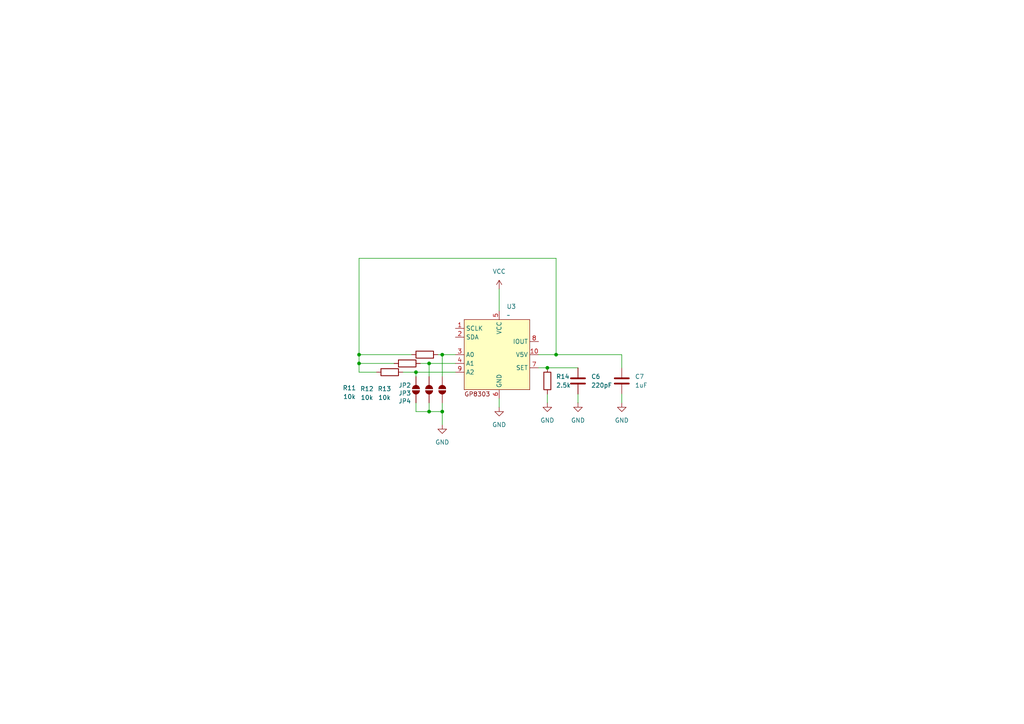
<source format=kicad_sch>
(kicad_sch
	(version 20250114)
	(generator "eeschema")
	(generator_version "9.0")
	(uuid "d2bd00bd-2614-4ed5-8715-a1b2fead8b0a")
	(paper "A4")
	(lib_symbols
		(symbol "Device:C"
			(pin_numbers
				(hide yes)
			)
			(pin_names
				(offset 0.254)
			)
			(exclude_from_sim no)
			(in_bom yes)
			(on_board yes)
			(property "Reference" "C"
				(at 0.635 2.54 0)
				(effects
					(font
						(size 1.27 1.27)
					)
					(justify left)
				)
			)
			(property "Value" "C"
				(at 0.635 -2.54 0)
				(effects
					(font
						(size 1.27 1.27)
					)
					(justify left)
				)
			)
			(property "Footprint" ""
				(at 0.9652 -3.81 0)
				(effects
					(font
						(size 1.27 1.27)
					)
					(hide yes)
				)
			)
			(property "Datasheet" "~"
				(at 0 0 0)
				(effects
					(font
						(size 1.27 1.27)
					)
					(hide yes)
				)
			)
			(property "Description" "Unpolarized capacitor"
				(at 0 0 0)
				(effects
					(font
						(size 1.27 1.27)
					)
					(hide yes)
				)
			)
			(property "ki_keywords" "cap capacitor"
				(at 0 0 0)
				(effects
					(font
						(size 1.27 1.27)
					)
					(hide yes)
				)
			)
			(property "ki_fp_filters" "C_*"
				(at 0 0 0)
				(effects
					(font
						(size 1.27 1.27)
					)
					(hide yes)
				)
			)
			(symbol "C_0_1"
				(polyline
					(pts
						(xy -2.032 0.762) (xy 2.032 0.762)
					)
					(stroke
						(width 0.508)
						(type default)
					)
					(fill
						(type none)
					)
				)
				(polyline
					(pts
						(xy -2.032 -0.762) (xy 2.032 -0.762)
					)
					(stroke
						(width 0.508)
						(type default)
					)
					(fill
						(type none)
					)
				)
			)
			(symbol "C_1_1"
				(pin passive line
					(at 0 3.81 270)
					(length 2.794)
					(name "~"
						(effects
							(font
								(size 1.27 1.27)
							)
						)
					)
					(number "1"
						(effects
							(font
								(size 1.27 1.27)
							)
						)
					)
				)
				(pin passive line
					(at 0 -3.81 90)
					(length 2.794)
					(name "~"
						(effects
							(font
								(size 1.27 1.27)
							)
						)
					)
					(number "2"
						(effects
							(font
								(size 1.27 1.27)
							)
						)
					)
				)
			)
			(embedded_fonts no)
		)
		(symbol "Device:R"
			(pin_numbers
				(hide yes)
			)
			(pin_names
				(offset 0)
			)
			(exclude_from_sim no)
			(in_bom yes)
			(on_board yes)
			(property "Reference" "R"
				(at 2.032 0 90)
				(effects
					(font
						(size 1.27 1.27)
					)
				)
			)
			(property "Value" "R"
				(at 0 0 90)
				(effects
					(font
						(size 1.27 1.27)
					)
				)
			)
			(property "Footprint" ""
				(at -1.778 0 90)
				(effects
					(font
						(size 1.27 1.27)
					)
					(hide yes)
				)
			)
			(property "Datasheet" "~"
				(at 0 0 0)
				(effects
					(font
						(size 1.27 1.27)
					)
					(hide yes)
				)
			)
			(property "Description" "Resistor"
				(at 0 0 0)
				(effects
					(font
						(size 1.27 1.27)
					)
					(hide yes)
				)
			)
			(property "ki_keywords" "R res resistor"
				(at 0 0 0)
				(effects
					(font
						(size 1.27 1.27)
					)
					(hide yes)
				)
			)
			(property "ki_fp_filters" "R_*"
				(at 0 0 0)
				(effects
					(font
						(size 1.27 1.27)
					)
					(hide yes)
				)
			)
			(symbol "R_0_1"
				(rectangle
					(start -1.016 -2.54)
					(end 1.016 2.54)
					(stroke
						(width 0.254)
						(type default)
					)
					(fill
						(type none)
					)
				)
			)
			(symbol "R_1_1"
				(pin passive line
					(at 0 3.81 270)
					(length 1.27)
					(name "~"
						(effects
							(font
								(size 1.27 1.27)
							)
						)
					)
					(number "1"
						(effects
							(font
								(size 1.27 1.27)
							)
						)
					)
				)
				(pin passive line
					(at 0 -3.81 90)
					(length 1.27)
					(name "~"
						(effects
							(font
								(size 1.27 1.27)
							)
						)
					)
					(number "2"
						(effects
							(font
								(size 1.27 1.27)
							)
						)
					)
				)
			)
			(embedded_fonts no)
		)
		(symbol "Jumper:SolderJumper_2_Open"
			(pin_numbers
				(hide yes)
			)
			(pin_names
				(offset 0)
				(hide yes)
			)
			(exclude_from_sim no)
			(in_bom no)
			(on_board yes)
			(property "Reference" "JP"
				(at 0 2.032 0)
				(effects
					(font
						(size 1.27 1.27)
					)
				)
			)
			(property "Value" "SolderJumper_2_Open"
				(at 0 -2.54 0)
				(effects
					(font
						(size 1.27 1.27)
					)
				)
			)
			(property "Footprint" ""
				(at 0 0 0)
				(effects
					(font
						(size 1.27 1.27)
					)
					(hide yes)
				)
			)
			(property "Datasheet" "~"
				(at 0 0 0)
				(effects
					(font
						(size 1.27 1.27)
					)
					(hide yes)
				)
			)
			(property "Description" "Solder Jumper, 2-pole, open"
				(at 0 0 0)
				(effects
					(font
						(size 1.27 1.27)
					)
					(hide yes)
				)
			)
			(property "ki_keywords" "solder jumper SPST"
				(at 0 0 0)
				(effects
					(font
						(size 1.27 1.27)
					)
					(hide yes)
				)
			)
			(property "ki_fp_filters" "SolderJumper*Open*"
				(at 0 0 0)
				(effects
					(font
						(size 1.27 1.27)
					)
					(hide yes)
				)
			)
			(symbol "SolderJumper_2_Open_0_1"
				(polyline
					(pts
						(xy -0.254 1.016) (xy -0.254 -1.016)
					)
					(stroke
						(width 0)
						(type default)
					)
					(fill
						(type none)
					)
				)
				(arc
					(start -0.254 -1.016)
					(mid -1.2656 0)
					(end -0.254 1.016)
					(stroke
						(width 0)
						(type default)
					)
					(fill
						(type none)
					)
				)
				(arc
					(start -0.254 -1.016)
					(mid -1.2656 0)
					(end -0.254 1.016)
					(stroke
						(width 0)
						(type default)
					)
					(fill
						(type outline)
					)
				)
				(arc
					(start 0.254 1.016)
					(mid 1.2656 0)
					(end 0.254 -1.016)
					(stroke
						(width 0)
						(type default)
					)
					(fill
						(type none)
					)
				)
				(arc
					(start 0.254 1.016)
					(mid 1.2656 0)
					(end 0.254 -1.016)
					(stroke
						(width 0)
						(type default)
					)
					(fill
						(type outline)
					)
				)
				(polyline
					(pts
						(xy 0.254 1.016) (xy 0.254 -1.016)
					)
					(stroke
						(width 0)
						(type default)
					)
					(fill
						(type none)
					)
				)
			)
			(symbol "SolderJumper_2_Open_1_1"
				(pin passive line
					(at -3.81 0 0)
					(length 2.54)
					(name "A"
						(effects
							(font
								(size 1.27 1.27)
							)
						)
					)
					(number "1"
						(effects
							(font
								(size 1.27 1.27)
							)
						)
					)
				)
				(pin passive line
					(at 3.81 0 180)
					(length 2.54)
					(name "B"
						(effects
							(font
								(size 1.27 1.27)
							)
						)
					)
					(number "2"
						(effects
							(font
								(size 1.27 1.27)
							)
						)
					)
				)
			)
			(embedded_fonts no)
		)
		(symbol "Riqi_Parts:GP8303"
			(exclude_from_sim no)
			(in_bom yes)
			(on_board yes)
			(property "Reference" "U"
				(at 0 0 0)
				(effects
					(font
						(size 1.27 1.27)
					)
				)
			)
			(property "Value" ""
				(at 0 0 0)
				(effects
					(font
						(size 1.27 1.27)
					)
				)
			)
			(property "Footprint" "Package_SO:SSOP-10-1EP_3.9x4.9mm_P1mm_EP2.1x3.3mm"
				(at 0 0 0)
				(effects
					(font
						(size 1.27 1.27)
					)
					(hide yes)
				)
			)
			(property "Datasheet" "https://lcsc.com/datasheet/lcsc_datasheet_2410121459_Guestgood-GP8303-TC50-EW_C3445809.pdf"
				(at 0 0 0)
				(effects
					(font
						(size 1.27 1.27)
					)
					(hide yes)
				)
			)
			(property "Description" ""
				(at 0 0 0)
				(effects
					(font
						(size 1.27 1.27)
					)
					(hide yes)
				)
			)
			(symbol "GP8303_1_1"
				(rectangle
					(start -1.27 -1.27)
					(end 17.78 -21.59)
					(stroke
						(width 0)
						(type solid)
					)
					(fill
						(type background)
					)
				)
				(text "GP8303"
					(at 2.54 -22.86 0)
					(effects
						(font
							(size 1.27 1.27)
						)
					)
				)
				(pin input line
					(at -3.81 -3.81 0)
					(length 2.54)
					(name "SCLK"
						(effects
							(font
								(size 1.27 1.27)
							)
						)
					)
					(number "1"
						(effects
							(font
								(size 1.27 1.27)
							)
						)
					)
				)
				(pin input line
					(at -3.81 -6.35 0)
					(length 2.54)
					(name "SDA"
						(effects
							(font
								(size 1.27 1.27)
							)
						)
					)
					(number "2"
						(effects
							(font
								(size 1.27 1.27)
							)
						)
					)
				)
				(pin input line
					(at -3.81 -11.43 0)
					(length 2.54)
					(name "A0"
						(effects
							(font
								(size 1.27 1.27)
							)
						)
					)
					(number "3"
						(effects
							(font
								(size 1.27 1.27)
							)
						)
					)
				)
				(pin input line
					(at -3.81 -13.97 0)
					(length 2.54)
					(name "A1"
						(effects
							(font
								(size 1.27 1.27)
							)
						)
					)
					(number "4"
						(effects
							(font
								(size 1.27 1.27)
							)
						)
					)
				)
				(pin input line
					(at -3.81 -16.51 0)
					(length 2.54)
					(name "A2"
						(effects
							(font
								(size 1.27 1.27)
							)
						)
					)
					(number "9"
						(effects
							(font
								(size 1.27 1.27)
							)
						)
					)
				)
				(pin input line
					(at 8.89 1.27 270)
					(length 2.54)
					(name "VCC"
						(effects
							(font
								(size 1.27 1.27)
							)
						)
					)
					(number "5"
						(effects
							(font
								(size 1.27 1.27)
							)
						)
					)
				)
				(pin input line
					(at 8.89 -24.13 90)
					(length 2.54)
					(name "GND"
						(effects
							(font
								(size 1.27 1.27)
							)
						)
					)
					(number "6"
						(effects
							(font
								(size 1.27 1.27)
							)
						)
					)
				)
				(pin output line
					(at 20.32 -7.62 180)
					(length 2.54)
					(name "IOUT"
						(effects
							(font
								(size 1.27 1.27)
							)
						)
					)
					(number "8"
						(effects
							(font
								(size 1.27 1.27)
							)
						)
					)
				)
				(pin output line
					(at 20.32 -11.43 180)
					(length 2.54)
					(name "V5V"
						(effects
							(font
								(size 1.27 1.27)
							)
						)
					)
					(number "10"
						(effects
							(font
								(size 1.27 1.27)
							)
						)
					)
				)
				(pin output line
					(at 20.32 -15.24 180)
					(length 2.54)
					(name "SET"
						(effects
							(font
								(size 1.27 1.27)
							)
						)
					)
					(number "7"
						(effects
							(font
								(size 1.27 1.27)
							)
						)
					)
				)
			)
			(embedded_fonts no)
		)
		(symbol "power:GND"
			(power)
			(pin_numbers
				(hide yes)
			)
			(pin_names
				(offset 0)
				(hide yes)
			)
			(exclude_from_sim no)
			(in_bom yes)
			(on_board yes)
			(property "Reference" "#PWR"
				(at 0 -6.35 0)
				(effects
					(font
						(size 1.27 1.27)
					)
					(hide yes)
				)
			)
			(property "Value" "GND"
				(at 0 -3.81 0)
				(effects
					(font
						(size 1.27 1.27)
					)
				)
			)
			(property "Footprint" ""
				(at 0 0 0)
				(effects
					(font
						(size 1.27 1.27)
					)
					(hide yes)
				)
			)
			(property "Datasheet" ""
				(at 0 0 0)
				(effects
					(font
						(size 1.27 1.27)
					)
					(hide yes)
				)
			)
			(property "Description" "Power symbol creates a global label with name \"GND\" , ground"
				(at 0 0 0)
				(effects
					(font
						(size 1.27 1.27)
					)
					(hide yes)
				)
			)
			(property "ki_keywords" "global power"
				(at 0 0 0)
				(effects
					(font
						(size 1.27 1.27)
					)
					(hide yes)
				)
			)
			(symbol "GND_0_1"
				(polyline
					(pts
						(xy 0 0) (xy 0 -1.27) (xy 1.27 -1.27) (xy 0 -2.54) (xy -1.27 -1.27) (xy 0 -1.27)
					)
					(stroke
						(width 0)
						(type default)
					)
					(fill
						(type none)
					)
				)
			)
			(symbol "GND_1_1"
				(pin power_in line
					(at 0 0 270)
					(length 0)
					(name "~"
						(effects
							(font
								(size 1.27 1.27)
							)
						)
					)
					(number "1"
						(effects
							(font
								(size 1.27 1.27)
							)
						)
					)
				)
			)
			(embedded_fonts no)
		)
		(symbol "power:VCC"
			(power)
			(pin_numbers
				(hide yes)
			)
			(pin_names
				(offset 0)
				(hide yes)
			)
			(exclude_from_sim no)
			(in_bom yes)
			(on_board yes)
			(property "Reference" "#PWR"
				(at 0 -3.81 0)
				(effects
					(font
						(size 1.27 1.27)
					)
					(hide yes)
				)
			)
			(property "Value" "VCC"
				(at 0 3.556 0)
				(effects
					(font
						(size 1.27 1.27)
					)
				)
			)
			(property "Footprint" ""
				(at 0 0 0)
				(effects
					(font
						(size 1.27 1.27)
					)
					(hide yes)
				)
			)
			(property "Datasheet" ""
				(at 0 0 0)
				(effects
					(font
						(size 1.27 1.27)
					)
					(hide yes)
				)
			)
			(property "Description" "Power symbol creates a global label with name \"VCC\""
				(at 0 0 0)
				(effects
					(font
						(size 1.27 1.27)
					)
					(hide yes)
				)
			)
			(property "ki_keywords" "global power"
				(at 0 0 0)
				(effects
					(font
						(size 1.27 1.27)
					)
					(hide yes)
				)
			)
			(symbol "VCC_0_1"
				(polyline
					(pts
						(xy -0.762 1.27) (xy 0 2.54)
					)
					(stroke
						(width 0)
						(type default)
					)
					(fill
						(type none)
					)
				)
				(polyline
					(pts
						(xy 0 2.54) (xy 0.762 1.27)
					)
					(stroke
						(width 0)
						(type default)
					)
					(fill
						(type none)
					)
				)
				(polyline
					(pts
						(xy 0 0) (xy 0 2.54)
					)
					(stroke
						(width 0)
						(type default)
					)
					(fill
						(type none)
					)
				)
			)
			(symbol "VCC_1_1"
				(pin power_in line
					(at 0 0 90)
					(length 0)
					(name "~"
						(effects
							(font
								(size 1.27 1.27)
							)
						)
					)
					(number "1"
						(effects
							(font
								(size 1.27 1.27)
							)
						)
					)
				)
			)
			(embedded_fonts no)
		)
	)
	(junction
		(at 104.14 105.41)
		(diameter 0)
		(color 0 0 0 0)
		(uuid "18ef8e3b-7e3e-4765-ab10-b6f323888a2e")
	)
	(junction
		(at 120.65 107.95)
		(diameter 0)
		(color 0 0 0 0)
		(uuid "1b538fda-8637-4ce4-b8f9-2622fe77aac3")
	)
	(junction
		(at 158.75 106.68)
		(diameter 0)
		(color 0 0 0 0)
		(uuid "23d25289-7962-46f3-a3ff-9459fd06a12d")
	)
	(junction
		(at 124.46 105.41)
		(diameter 0)
		(color 0 0 0 0)
		(uuid "3a7afcf8-95da-4556-9d70-045aa47c82df")
	)
	(junction
		(at 128.27 119.38)
		(diameter 0)
		(color 0 0 0 0)
		(uuid "4c3dc396-08af-457c-9cb3-90423a8d61b1")
	)
	(junction
		(at 124.46 119.38)
		(diameter 0)
		(color 0 0 0 0)
		(uuid "b2c0ffe8-3278-4bd3-9bfb-b2400a1d081a")
	)
	(junction
		(at 104.14 102.87)
		(diameter 0)
		(color 0 0 0 0)
		(uuid "cf170f78-5fe6-49f1-afbd-400d1ce53cf4")
	)
	(junction
		(at 161.29 102.87)
		(diameter 0)
		(color 0 0 0 0)
		(uuid "d873e7e3-abe6-4928-8073-4b248b869e8b")
	)
	(junction
		(at 128.27 102.87)
		(diameter 0)
		(color 0 0 0 0)
		(uuid "dc12fea1-3c50-4275-b5b5-f9ccebe996ae")
	)
	(wire
		(pts
			(xy 120.65 119.38) (xy 124.46 119.38)
		)
		(stroke
			(width 0)
			(type default)
		)
		(uuid "07110207-65ef-456f-80bd-53139eb44f7d")
	)
	(wire
		(pts
			(xy 104.14 105.41) (xy 114.3 105.41)
		)
		(stroke
			(width 0)
			(type default)
		)
		(uuid "09b8eca3-16d2-4834-9f1c-85946ec0a6a3")
	)
	(wire
		(pts
			(xy 156.21 102.87) (xy 161.29 102.87)
		)
		(stroke
			(width 0)
			(type default)
		)
		(uuid "0cb5f7e2-f9c1-4e0d-be8c-0fb11867e8a5")
	)
	(wire
		(pts
			(xy 104.14 74.93) (xy 104.14 102.87)
		)
		(stroke
			(width 0)
			(type default)
		)
		(uuid "0f158367-e28d-4f24-9f6d-b609e0f4a487")
	)
	(wire
		(pts
			(xy 158.75 106.68) (xy 167.64 106.68)
		)
		(stroke
			(width 0)
			(type default)
		)
		(uuid "1aab699d-ed09-4e32-a907-6884769f3998")
	)
	(wire
		(pts
			(xy 120.65 116.84) (xy 120.65 119.38)
		)
		(stroke
			(width 0)
			(type default)
		)
		(uuid "1db8fc0d-bf44-483f-822e-86b77fd4e4ec")
	)
	(wire
		(pts
			(xy 128.27 102.87) (xy 132.08 102.87)
		)
		(stroke
			(width 0)
			(type default)
		)
		(uuid "239f85ce-104c-4e3c-bae0-72ca0ae58c33")
	)
	(wire
		(pts
			(xy 128.27 119.38) (xy 128.27 123.19)
		)
		(stroke
			(width 0)
			(type default)
		)
		(uuid "2c3044d3-8335-45a2-8c3c-38516a5e1c33")
	)
	(wire
		(pts
			(xy 180.34 102.87) (xy 161.29 102.87)
		)
		(stroke
			(width 0)
			(type default)
		)
		(uuid "2e5cafc4-2c13-4f63-9093-2d9ff47479e0")
	)
	(wire
		(pts
			(xy 128.27 116.84) (xy 128.27 119.38)
		)
		(stroke
			(width 0)
			(type default)
		)
		(uuid "34cadd39-92f9-4eea-bb80-053f9892e5c5")
	)
	(wire
		(pts
			(xy 104.14 107.95) (xy 109.22 107.95)
		)
		(stroke
			(width 0)
			(type default)
		)
		(uuid "39d34bd6-67a5-4075-aa72-c8179587617b")
	)
	(wire
		(pts
			(xy 116.84 107.95) (xy 120.65 107.95)
		)
		(stroke
			(width 0)
			(type default)
		)
		(uuid "52e39304-85bf-4237-aa9a-6c14c839440c")
	)
	(wire
		(pts
			(xy 104.14 105.41) (xy 104.14 107.95)
		)
		(stroke
			(width 0)
			(type default)
		)
		(uuid "59701e1e-0c56-45d3-947e-8871bcffcfbc")
	)
	(wire
		(pts
			(xy 124.46 105.41) (xy 132.08 105.41)
		)
		(stroke
			(width 0)
			(type default)
		)
		(uuid "61853a95-49a3-49dc-a747-e79b34664fe7")
	)
	(wire
		(pts
			(xy 104.14 102.87) (xy 119.38 102.87)
		)
		(stroke
			(width 0)
			(type default)
		)
		(uuid "67b33820-c0ed-43bd-bb04-290696e4bdec")
	)
	(wire
		(pts
			(xy 120.65 107.95) (xy 132.08 107.95)
		)
		(stroke
			(width 0)
			(type default)
		)
		(uuid "68a5c9dc-dbba-40b8-a3b8-19280d132e6a")
	)
	(wire
		(pts
			(xy 161.29 102.87) (xy 161.29 74.93)
		)
		(stroke
			(width 0)
			(type default)
		)
		(uuid "6ff97969-dce7-4e68-88e5-33fe42f79646")
	)
	(wire
		(pts
			(xy 104.14 74.93) (xy 161.29 74.93)
		)
		(stroke
			(width 0)
			(type default)
		)
		(uuid "73d0d717-34e8-48fa-aa37-799618ab4e61")
	)
	(wire
		(pts
			(xy 124.46 116.84) (xy 124.46 119.38)
		)
		(stroke
			(width 0)
			(type default)
		)
		(uuid "8ec64728-8629-433e-a4bf-1d2370ae81dc")
	)
	(wire
		(pts
			(xy 158.75 114.3) (xy 158.75 116.84)
		)
		(stroke
			(width 0)
			(type default)
		)
		(uuid "8f0f92f4-1c97-4c30-9196-996cd4aeb3fd")
	)
	(wire
		(pts
			(xy 124.46 119.38) (xy 128.27 119.38)
		)
		(stroke
			(width 0)
			(type default)
		)
		(uuid "9b3a3f1e-03b4-490f-9ae6-f5173784ee27")
	)
	(wire
		(pts
			(xy 167.64 114.3) (xy 167.64 116.84)
		)
		(stroke
			(width 0)
			(type default)
		)
		(uuid "9db76753-aa41-43ef-aaf5-9572489f8789")
	)
	(wire
		(pts
			(xy 144.78 83.82) (xy 144.78 90.17)
		)
		(stroke
			(width 0)
			(type default)
		)
		(uuid "aa6f30be-f950-4db0-974f-0091a5b67b4b")
	)
	(wire
		(pts
			(xy 144.78 115.57) (xy 144.78 118.11)
		)
		(stroke
			(width 0)
			(type default)
		)
		(uuid "d227801a-5fdd-4d01-8ac7-459924ef3590")
	)
	(wire
		(pts
			(xy 127 102.87) (xy 128.27 102.87)
		)
		(stroke
			(width 0)
			(type default)
		)
		(uuid "d23e4221-5012-44ef-a3b7-6fac65ea464e")
	)
	(wire
		(pts
			(xy 180.34 106.68) (xy 180.34 102.87)
		)
		(stroke
			(width 0)
			(type default)
		)
		(uuid "d90d6c81-322c-42c2-8a4f-fedab14c00f6")
	)
	(wire
		(pts
			(xy 120.65 107.95) (xy 120.65 109.22)
		)
		(stroke
			(width 0)
			(type default)
		)
		(uuid "dab84217-7b5a-430b-9b6b-017e649e4d03")
	)
	(wire
		(pts
			(xy 128.27 102.87) (xy 128.27 109.22)
		)
		(stroke
			(width 0)
			(type default)
		)
		(uuid "dc40915e-1fe8-4f4b-9463-20bf607b692c")
	)
	(wire
		(pts
			(xy 180.34 114.3) (xy 180.34 116.84)
		)
		(stroke
			(width 0)
			(type default)
		)
		(uuid "dd3e58aa-9b6c-4724-9059-83477f9adf9e")
	)
	(wire
		(pts
			(xy 104.14 102.87) (xy 104.14 105.41)
		)
		(stroke
			(width 0)
			(type default)
		)
		(uuid "eb0f0e51-6f1f-4936-b554-201346733f7d")
	)
	(wire
		(pts
			(xy 124.46 105.41) (xy 124.46 109.22)
		)
		(stroke
			(width 0)
			(type default)
		)
		(uuid "ef69f6c3-8760-4385-9d56-4155b11baf78")
	)
	(wire
		(pts
			(xy 121.92 105.41) (xy 124.46 105.41)
		)
		(stroke
			(width 0)
			(type default)
		)
		(uuid "f607301a-a5a8-4371-b9f2-f2684717f782")
	)
	(wire
		(pts
			(xy 156.21 106.68) (xy 158.75 106.68)
		)
		(stroke
			(width 0)
			(type default)
		)
		(uuid "f657dcc1-2b34-48bc-8f99-a6e1a689a7e4")
	)
	(symbol
		(lib_id "Riqi_Parts:GP8303")
		(at 135.89 91.44 0)
		(unit 1)
		(exclude_from_sim no)
		(in_bom yes)
		(on_board yes)
		(dnp no)
		(fields_autoplaced yes)
		(uuid "007c8415-3d08-4638-960c-d4e6ceb71c1c")
		(property "Reference" "U3"
			(at 146.9233 88.9 0)
			(effects
				(font
					(size 1.27 1.27)
				)
				(justify left)
			)
		)
		(property "Value" "~"
			(at 146.9233 91.44 0)
			(effects
				(font
					(size 1.27 1.27)
				)
				(justify left)
			)
		)
		(property "Footprint" "Package_SO:SSOP-10-1EP_3.9x4.9mm_P1mm_EP2.1x3.3mm"
			(at 135.89 91.44 0)
			(effects
				(font
					(size 1.27 1.27)
				)
				(hide yes)
			)
		)
		(property "Datasheet" "https://lcsc.com/datasheet/lcsc_datasheet_2410121459_Guestgood-GP8303-TC50-EW_C3445809.pdf"
			(at 135.89 91.44 0)
			(effects
				(font
					(size 1.27 1.27)
				)
				(hide yes)
			)
		)
		(property "Description" ""
			(at 135.89 91.44 0)
			(effects
				(font
					(size 1.27 1.27)
				)
				(hide yes)
			)
		)
		(pin "4"
			(uuid "fd1ef693-8ffe-4b2d-b956-22e8a02e38ae")
		)
		(pin "3"
			(uuid "9b26f199-f01f-4d19-a7ce-c22d4326d0bb")
		)
		(pin "7"
			(uuid "b0943bc5-7c1e-4055-a13b-8818c7985fb8")
		)
		(pin "1"
			(uuid "6a510f9e-9fa2-46f0-8113-0ccacfdde44c")
		)
		(pin "5"
			(uuid "6526d7c7-fa39-4f51-a0c7-555c393e5984")
		)
		(pin "6"
			(uuid "8e6dd54e-fbba-42ce-81ff-ebcba15ff08a")
		)
		(pin "9"
			(uuid "d6b2f7d9-588d-439e-8003-fd6a3859d700")
		)
		(pin "8"
			(uuid "5c2f88a3-da3d-49aa-ae3b-1d37ea5970c1")
		)
		(pin "2"
			(uuid "05e097c5-8771-414d-9cea-dfa5c578b812")
		)
		(pin "10"
			(uuid "95140aa7-2de8-4426-b0d7-f41de7ce050b")
		)
		(instances
			(project "PCB PICHARDO"
				(path "/a0ccc1c3-98b7-44b4-a982-09e3bf693e4b/78291816-8ba1-49cf-9609-e1c359225404/0705789b-3cd9-4779-9742-d7706171499e"
					(reference "U3")
					(unit 1)
				)
			)
		)
	)
	(symbol
		(lib_id "power:GND")
		(at 128.27 123.19 0)
		(unit 1)
		(exclude_from_sim no)
		(in_bom yes)
		(on_board yes)
		(dnp no)
		(fields_autoplaced yes)
		(uuid "37cbe913-8f69-41dc-9a8f-3ec97a876ceb")
		(property "Reference" "#PWR033"
			(at 128.27 129.54 0)
			(effects
				(font
					(size 1.27 1.27)
				)
				(hide yes)
			)
		)
		(property "Value" "GND"
			(at 128.27 128.27 0)
			(effects
				(font
					(size 1.27 1.27)
				)
			)
		)
		(property "Footprint" ""
			(at 128.27 123.19 0)
			(effects
				(font
					(size 1.27 1.27)
				)
				(hide yes)
			)
		)
		(property "Datasheet" ""
			(at 128.27 123.19 0)
			(effects
				(font
					(size 1.27 1.27)
				)
				(hide yes)
			)
		)
		(property "Description" "Power symbol creates a global label with name \"GND\" , ground"
			(at 128.27 123.19 0)
			(effects
				(font
					(size 1.27 1.27)
				)
				(hide yes)
			)
		)
		(pin "1"
			(uuid "77c8a16b-a1c8-46ec-ad18-a6b4dff4837c")
		)
		(instances
			(project "PCB PICHARDO"
				(path "/a0ccc1c3-98b7-44b4-a982-09e3bf693e4b/78291816-8ba1-49cf-9609-e1c359225404/0705789b-3cd9-4779-9742-d7706171499e"
					(reference "#PWR033")
					(unit 1)
				)
			)
		)
	)
	(symbol
		(lib_id "Device:R")
		(at 158.75 110.49 0)
		(unit 1)
		(exclude_from_sim no)
		(in_bom yes)
		(on_board yes)
		(dnp no)
		(fields_autoplaced yes)
		(uuid "5adf58bb-d962-4ad8-8289-65d380ca31d7")
		(property "Reference" "R14"
			(at 161.29 109.2199 0)
			(effects
				(font
					(size 1.27 1.27)
				)
				(justify left)
			)
		)
		(property "Value" "2.5k"
			(at 161.29 111.7599 0)
			(effects
				(font
					(size 1.27 1.27)
				)
				(justify left)
			)
		)
		(property "Footprint" "Resistor_SMD:R_0603_1608Metric"
			(at 156.972 110.49 90)
			(effects
				(font
					(size 1.27 1.27)
				)
				(hide yes)
			)
		)
		(property "Datasheet" "~"
			(at 158.75 110.49 0)
			(effects
				(font
					(size 1.27 1.27)
				)
				(hide yes)
			)
		)
		(property "Description" "Resistor"
			(at 158.75 110.49 0)
			(effects
				(font
					(size 1.27 1.27)
				)
				(hide yes)
			)
		)
		(pin "2"
			(uuid "830a4fc7-a857-49d8-9ef5-3f38f9a55a8d")
		)
		(pin "1"
			(uuid "89469df5-0cbf-401b-a5d8-9dd5ae8e68cb")
		)
		(instances
			(project "PCB PICHARDO"
				(path "/a0ccc1c3-98b7-44b4-a982-09e3bf693e4b/78291816-8ba1-49cf-9609-e1c359225404/0705789b-3cd9-4779-9742-d7706171499e"
					(reference "R14")
					(unit 1)
				)
			)
		)
	)
	(symbol
		(lib_id "power:GND")
		(at 158.75 116.84 0)
		(unit 1)
		(exclude_from_sim no)
		(in_bom yes)
		(on_board yes)
		(dnp no)
		(fields_autoplaced yes)
		(uuid "6e7bf2ea-859f-4d5d-af83-385a2cbec825")
		(property "Reference" "#PWR036"
			(at 158.75 123.19 0)
			(effects
				(font
					(size 1.27 1.27)
				)
				(hide yes)
			)
		)
		(property "Value" "GND"
			(at 158.75 121.92 0)
			(effects
				(font
					(size 1.27 1.27)
				)
			)
		)
		(property "Footprint" ""
			(at 158.75 116.84 0)
			(effects
				(font
					(size 1.27 1.27)
				)
				(hide yes)
			)
		)
		(property "Datasheet" ""
			(at 158.75 116.84 0)
			(effects
				(font
					(size 1.27 1.27)
				)
				(hide yes)
			)
		)
		(property "Description" "Power symbol creates a global label with name \"GND\" , ground"
			(at 158.75 116.84 0)
			(effects
				(font
					(size 1.27 1.27)
				)
				(hide yes)
			)
		)
		(pin "1"
			(uuid "711e2b62-a28e-4619-ba60-c6bce58814f8")
		)
		(instances
			(project "PCB PICHARDO"
				(path "/a0ccc1c3-98b7-44b4-a982-09e3bf693e4b/78291816-8ba1-49cf-9609-e1c359225404/0705789b-3cd9-4779-9742-d7706171499e"
					(reference "#PWR036")
					(unit 1)
				)
			)
		)
	)
	(symbol
		(lib_id "Device:R")
		(at 123.19 102.87 90)
		(unit 1)
		(exclude_from_sim no)
		(in_bom yes)
		(on_board yes)
		(dnp no)
		(uuid "6fd72bf2-8635-4c36-8018-2b055cfd982c")
		(property "Reference" "R13"
			(at 111.506 112.776 90)
			(effects
				(font
					(size 1.27 1.27)
				)
			)
		)
		(property "Value" "10k"
			(at 111.506 115.316 90)
			(effects
				(font
					(size 1.27 1.27)
				)
			)
		)
		(property "Footprint" "Resistor_SMD:R_0603_1608Metric"
			(at 123.19 104.648 90)
			(effects
				(font
					(size 1.27 1.27)
				)
				(hide yes)
			)
		)
		(property "Datasheet" "~"
			(at 123.19 102.87 0)
			(effects
				(font
					(size 1.27 1.27)
				)
				(hide yes)
			)
		)
		(property "Description" "Resistor"
			(at 123.19 102.87 0)
			(effects
				(font
					(size 1.27 1.27)
				)
				(hide yes)
			)
		)
		(pin "2"
			(uuid "a60f3140-4610-4796-b193-543bb70428fe")
		)
		(pin "1"
			(uuid "43e7de1b-ce45-4320-81d9-ddd156fe5b6f")
		)
		(instances
			(project "PCB PICHARDO"
				(path "/a0ccc1c3-98b7-44b4-a982-09e3bf693e4b/78291816-8ba1-49cf-9609-e1c359225404/0705789b-3cd9-4779-9742-d7706171499e"
					(reference "R13")
					(unit 1)
				)
			)
		)
	)
	(symbol
		(lib_id "Device:C")
		(at 180.34 110.49 0)
		(unit 1)
		(exclude_from_sim no)
		(in_bom yes)
		(on_board yes)
		(dnp no)
		(fields_autoplaced yes)
		(uuid "76c0ce2a-efb2-43cf-acfe-569396b81e2e")
		(property "Reference" "C7"
			(at 184.15 109.2199 0)
			(effects
				(font
					(size 1.27 1.27)
				)
				(justify left)
			)
		)
		(property "Value" "1uF"
			(at 184.15 111.7599 0)
			(effects
				(font
					(size 1.27 1.27)
				)
				(justify left)
			)
		)
		(property "Footprint" "Capacitor_SMD:C_0402_1005Metric"
			(at 181.3052 114.3 0)
			(effects
				(font
					(size 1.27 1.27)
				)
				(hide yes)
			)
		)
		(property "Datasheet" "~"
			(at 180.34 110.49 0)
			(effects
				(font
					(size 1.27 1.27)
				)
				(hide yes)
			)
		)
		(property "Description" "Unpolarized capacitor"
			(at 180.34 110.49 0)
			(effects
				(font
					(size 1.27 1.27)
				)
				(hide yes)
			)
		)
		(pin "1"
			(uuid "1d1455f0-62dd-4cb9-a737-fa697c12834a")
		)
		(pin "2"
			(uuid "81d712b2-f3b0-4f05-a591-0ee0df262a0e")
		)
		(instances
			(project "PCB PICHARDO"
				(path "/a0ccc1c3-98b7-44b4-a982-09e3bf693e4b/78291816-8ba1-49cf-9609-e1c359225404/0705789b-3cd9-4779-9742-d7706171499e"
					(reference "C7")
					(unit 1)
				)
			)
		)
	)
	(symbol
		(lib_id "power:VCC")
		(at 144.78 83.82 0)
		(unit 1)
		(exclude_from_sim no)
		(in_bom yes)
		(on_board yes)
		(dnp no)
		(fields_autoplaced yes)
		(uuid "8621df0c-e0c8-4726-9c89-02f36fe2349c")
		(property "Reference" "#PWR034"
			(at 144.78 87.63 0)
			(effects
				(font
					(size 1.27 1.27)
				)
				(hide yes)
			)
		)
		(property "Value" "VCC"
			(at 144.78 78.74 0)
			(effects
				(font
					(size 1.27 1.27)
				)
			)
		)
		(property "Footprint" ""
			(at 144.78 83.82 0)
			(effects
				(font
					(size 1.27 1.27)
				)
				(hide yes)
			)
		)
		(property "Datasheet" ""
			(at 144.78 83.82 0)
			(effects
				(font
					(size 1.27 1.27)
				)
				(hide yes)
			)
		)
		(property "Description" "Power symbol creates a global label with name \"VCC\""
			(at 144.78 83.82 0)
			(effects
				(font
					(size 1.27 1.27)
				)
				(hide yes)
			)
		)
		(pin "1"
			(uuid "1f6371bf-1220-4cc5-b946-b3bd81616640")
		)
		(instances
			(project "PCB PICHARDO"
				(path "/a0ccc1c3-98b7-44b4-a982-09e3bf693e4b/78291816-8ba1-49cf-9609-e1c359225404/0705789b-3cd9-4779-9742-d7706171499e"
					(reference "#PWR034")
					(unit 1)
				)
			)
		)
	)
	(symbol
		(lib_id "Jumper:SolderJumper_2_Open")
		(at 120.65 113.03 90)
		(unit 1)
		(exclude_from_sim no)
		(in_bom no)
		(on_board yes)
		(dnp no)
		(uuid "8a4b8e75-d0f4-4be0-8570-8bf5389d3dab")
		(property "Reference" "JP2"
			(at 115.57 111.76 90)
			(effects
				(font
					(size 1.27 1.27)
				)
				(justify right)
			)
		)
		(property "Value" "SolderJumper_2_Open"
			(at 123.19 114.2999 90)
			(effects
				(font
					(size 1.27 1.27)
				)
				(justify right)
				(hide yes)
			)
		)
		(property "Footprint" "Jumper:SolderJumper-2_P1.3mm_Open_Pad1.0x1.5mm"
			(at 120.65 113.03 0)
			(effects
				(font
					(size 1.27 1.27)
				)
				(hide yes)
			)
		)
		(property "Datasheet" "~"
			(at 120.65 113.03 0)
			(effects
				(font
					(size 1.27 1.27)
				)
				(hide yes)
			)
		)
		(property "Description" "Solder Jumper, 2-pole, open"
			(at 120.65 113.03 0)
			(effects
				(font
					(size 1.27 1.27)
				)
				(hide yes)
			)
		)
		(pin "1"
			(uuid "b9837641-9906-4a47-a20c-02bef32f6f4f")
		)
		(pin "2"
			(uuid "2c2e7515-0aa3-407b-849a-23ab93cca7b7")
		)
		(instances
			(project "PCB PICHARDO"
				(path "/a0ccc1c3-98b7-44b4-a982-09e3bf693e4b/78291816-8ba1-49cf-9609-e1c359225404/0705789b-3cd9-4779-9742-d7706171499e"
					(reference "JP2")
					(unit 1)
				)
			)
		)
	)
	(symbol
		(lib_id "Jumper:SolderJumper_2_Open")
		(at 128.27 113.03 90)
		(unit 1)
		(exclude_from_sim no)
		(in_bom no)
		(on_board yes)
		(dnp no)
		(uuid "9ffb1597-b75d-4c9b-8b40-04dc72d03c29")
		(property "Reference" "JP4"
			(at 115.57 116.332 90)
			(effects
				(font
					(size 1.27 1.27)
				)
				(justify right)
			)
		)
		(property "Value" "SolderJumper_2_Open"
			(at 130.81 114.2999 90)
			(effects
				(font
					(size 1.27 1.27)
				)
				(justify right)
				(hide yes)
			)
		)
		(property "Footprint" "Jumper:SolderJumper-2_P1.3mm_Open_Pad1.0x1.5mm"
			(at 128.27 113.03 0)
			(effects
				(font
					(size 1.27 1.27)
				)
				(hide yes)
			)
		)
		(property "Datasheet" "~"
			(at 128.27 113.03 0)
			(effects
				(font
					(size 1.27 1.27)
				)
				(hide yes)
			)
		)
		(property "Description" "Solder Jumper, 2-pole, open"
			(at 128.27 113.03 0)
			(effects
				(font
					(size 1.27 1.27)
				)
				(hide yes)
			)
		)
		(pin "1"
			(uuid "7eb5d0d5-8eeb-4995-af80-263acee4ec6c")
		)
		(pin "2"
			(uuid "659765a0-1c5c-4c0a-b544-944bc4b54eb4")
		)
		(instances
			(project "PCB PICHARDO"
				(path "/a0ccc1c3-98b7-44b4-a982-09e3bf693e4b/78291816-8ba1-49cf-9609-e1c359225404/0705789b-3cd9-4779-9742-d7706171499e"
					(reference "JP4")
					(unit 1)
				)
			)
		)
	)
	(symbol
		(lib_id "power:GND")
		(at 180.34 116.84 0)
		(unit 1)
		(exclude_from_sim no)
		(in_bom yes)
		(on_board yes)
		(dnp no)
		(fields_autoplaced yes)
		(uuid "b40b05bf-b683-419d-a549-13d808562a7c")
		(property "Reference" "#PWR038"
			(at 180.34 123.19 0)
			(effects
				(font
					(size 1.27 1.27)
				)
				(hide yes)
			)
		)
		(property "Value" "GND"
			(at 180.34 121.92 0)
			(effects
				(font
					(size 1.27 1.27)
				)
			)
		)
		(property "Footprint" ""
			(at 180.34 116.84 0)
			(effects
				(font
					(size 1.27 1.27)
				)
				(hide yes)
			)
		)
		(property "Datasheet" ""
			(at 180.34 116.84 0)
			(effects
				(font
					(size 1.27 1.27)
				)
				(hide yes)
			)
		)
		(property "Description" "Power symbol creates a global label with name \"GND\" , ground"
			(at 180.34 116.84 0)
			(effects
				(font
					(size 1.27 1.27)
				)
				(hide yes)
			)
		)
		(pin "1"
			(uuid "ca41b94b-745c-4cb2-b8a1-6decc23023e6")
		)
		(instances
			(project "PCB PICHARDO"
				(path "/a0ccc1c3-98b7-44b4-a982-09e3bf693e4b/78291816-8ba1-49cf-9609-e1c359225404/0705789b-3cd9-4779-9742-d7706171499e"
					(reference "#PWR038")
					(unit 1)
				)
			)
		)
	)
	(symbol
		(lib_id "power:GND")
		(at 144.78 118.11 0)
		(unit 1)
		(exclude_from_sim no)
		(in_bom yes)
		(on_board yes)
		(dnp no)
		(fields_autoplaced yes)
		(uuid "b9b2796d-70d4-4010-9c67-592a9470fd6a")
		(property "Reference" "#PWR035"
			(at 144.78 124.46 0)
			(effects
				(font
					(size 1.27 1.27)
				)
				(hide yes)
			)
		)
		(property "Value" "GND"
			(at 144.78 123.19 0)
			(effects
				(font
					(size 1.27 1.27)
				)
			)
		)
		(property "Footprint" ""
			(at 144.78 118.11 0)
			(effects
				(font
					(size 1.27 1.27)
				)
				(hide yes)
			)
		)
		(property "Datasheet" ""
			(at 144.78 118.11 0)
			(effects
				(font
					(size 1.27 1.27)
				)
				(hide yes)
			)
		)
		(property "Description" "Power symbol creates a global label with name \"GND\" , ground"
			(at 144.78 118.11 0)
			(effects
				(font
					(size 1.27 1.27)
				)
				(hide yes)
			)
		)
		(pin "1"
			(uuid "5f89e49d-f53c-4303-bce2-e2b0e8303567")
		)
		(instances
			(project "PCB PICHARDO"
				(path "/a0ccc1c3-98b7-44b4-a982-09e3bf693e4b/78291816-8ba1-49cf-9609-e1c359225404/0705789b-3cd9-4779-9742-d7706171499e"
					(reference "#PWR035")
					(unit 1)
				)
			)
		)
	)
	(symbol
		(lib_id "Jumper:SolderJumper_2_Open")
		(at 124.46 113.03 90)
		(unit 1)
		(exclude_from_sim no)
		(in_bom no)
		(on_board yes)
		(dnp no)
		(uuid "be1c8e48-e3b9-4927-a59a-5cd7c7c4d9a2")
		(property "Reference" "JP3"
			(at 115.57 114.046 90)
			(effects
				(font
					(size 1.27 1.27)
				)
				(justify right)
			)
		)
		(property "Value" "SolderJumper_2_Open"
			(at 127 114.2999 90)
			(effects
				(font
					(size 1.27 1.27)
				)
				(justify right)
				(hide yes)
			)
		)
		(property "Footprint" "Jumper:SolderJumper-2_P1.3mm_Open_Pad1.0x1.5mm"
			(at 124.46 113.03 0)
			(effects
				(font
					(size 1.27 1.27)
				)
				(hide yes)
			)
		)
		(property "Datasheet" "~"
			(at 124.46 113.03 0)
			(effects
				(font
					(size 1.27 1.27)
				)
				(hide yes)
			)
		)
		(property "Description" "Solder Jumper, 2-pole, open"
			(at 124.46 113.03 0)
			(effects
				(font
					(size 1.27 1.27)
				)
				(hide yes)
			)
		)
		(pin "1"
			(uuid "3d87ed1f-ff42-4a29-b3b9-4de2c6ad1e5f")
		)
		(pin "2"
			(uuid "7c0a04f2-79a8-4f60-8ab5-1efb212968ea")
		)
		(instances
			(project "PCB PICHARDO"
				(path "/a0ccc1c3-98b7-44b4-a982-09e3bf693e4b/78291816-8ba1-49cf-9609-e1c359225404/0705789b-3cd9-4779-9742-d7706171499e"
					(reference "JP3")
					(unit 1)
				)
			)
		)
	)
	(symbol
		(lib_id "Device:R")
		(at 113.03 107.95 90)
		(unit 1)
		(exclude_from_sim no)
		(in_bom yes)
		(on_board yes)
		(dnp no)
		(uuid "c3383db8-6834-4602-8cb7-b0997862c912")
		(property "Reference" "R11"
			(at 101.346 112.522 90)
			(effects
				(font
					(size 1.27 1.27)
				)
			)
		)
		(property "Value" "10k"
			(at 101.346 115.062 90)
			(effects
				(font
					(size 1.27 1.27)
				)
			)
		)
		(property "Footprint" "Resistor_SMD:R_0603_1608Metric"
			(at 113.03 109.728 90)
			(effects
				(font
					(size 1.27 1.27)
				)
				(hide yes)
			)
		)
		(property "Datasheet" "~"
			(at 113.03 107.95 0)
			(effects
				(font
					(size 1.27 1.27)
				)
				(hide yes)
			)
		)
		(property "Description" "Resistor"
			(at 113.03 107.95 0)
			(effects
				(font
					(size 1.27 1.27)
				)
				(hide yes)
			)
		)
		(pin "2"
			(uuid "9d8a8fbf-d47f-4427-9fb0-8f277944e636")
		)
		(pin "1"
			(uuid "0daf0caf-2806-4100-b92f-9a4e8c74dc34")
		)
		(instances
			(project "PCB PICHARDO"
				(path "/a0ccc1c3-98b7-44b4-a982-09e3bf693e4b/78291816-8ba1-49cf-9609-e1c359225404/0705789b-3cd9-4779-9742-d7706171499e"
					(reference "R11")
					(unit 1)
				)
			)
		)
	)
	(symbol
		(lib_id "Device:R")
		(at 118.11 105.41 90)
		(unit 1)
		(exclude_from_sim no)
		(in_bom yes)
		(on_board yes)
		(dnp no)
		(uuid "d3d7c87e-1027-4d2b-80b2-8cbc469edd93")
		(property "Reference" "R12"
			(at 106.426 112.776 90)
			(effects
				(font
					(size 1.27 1.27)
				)
			)
		)
		(property "Value" "10k"
			(at 106.426 115.316 90)
			(effects
				(font
					(size 1.27 1.27)
				)
			)
		)
		(property "Footprint" "Resistor_SMD:R_0603_1608Metric"
			(at 118.11 107.188 90)
			(effects
				(font
					(size 1.27 1.27)
				)
				(hide yes)
			)
		)
		(property "Datasheet" "~"
			(at 118.11 105.41 0)
			(effects
				(font
					(size 1.27 1.27)
				)
				(hide yes)
			)
		)
		(property "Description" "Resistor"
			(at 118.11 105.41 0)
			(effects
				(font
					(size 1.27 1.27)
				)
				(hide yes)
			)
		)
		(pin "2"
			(uuid "822822d0-2b40-4b2e-b19a-6efc63b756c3")
		)
		(pin "1"
			(uuid "5d0d6387-1613-4559-be34-40923294c718")
		)
		(instances
			(project "PCB PICHARDO"
				(path "/a0ccc1c3-98b7-44b4-a982-09e3bf693e4b/78291816-8ba1-49cf-9609-e1c359225404/0705789b-3cd9-4779-9742-d7706171499e"
					(reference "R12")
					(unit 1)
				)
			)
		)
	)
	(symbol
		(lib_id "Device:C")
		(at 167.64 110.49 0)
		(unit 1)
		(exclude_from_sim no)
		(in_bom yes)
		(on_board yes)
		(dnp no)
		(fields_autoplaced yes)
		(uuid "e0c8666c-5a12-40e3-95d5-6c72045b4a30")
		(property "Reference" "C6"
			(at 171.45 109.2199 0)
			(effects
				(font
					(size 1.27 1.27)
				)
				(justify left)
			)
		)
		(property "Value" "220pF"
			(at 171.45 111.7599 0)
			(effects
				(font
					(size 1.27 1.27)
				)
				(justify left)
			)
		)
		(property "Footprint" "Capacitor_SMD:C_0402_1005Metric"
			(at 168.6052 114.3 0)
			(effects
				(font
					(size 1.27 1.27)
				)
				(hide yes)
			)
		)
		(property "Datasheet" "~"
			(at 167.64 110.49 0)
			(effects
				(font
					(size 1.27 1.27)
				)
				(hide yes)
			)
		)
		(property "Description" "Unpolarized capacitor"
			(at 167.64 110.49 0)
			(effects
				(font
					(size 1.27 1.27)
				)
				(hide yes)
			)
		)
		(pin "1"
			(uuid "20eeda3d-137a-4ef7-9d92-9530a557dfb4")
		)
		(pin "2"
			(uuid "7bfa109d-a545-434e-a61c-7d9300689ade")
		)
		(instances
			(project "PCB PICHARDO"
				(path "/a0ccc1c3-98b7-44b4-a982-09e3bf693e4b/78291816-8ba1-49cf-9609-e1c359225404/0705789b-3cd9-4779-9742-d7706171499e"
					(reference "C6")
					(unit 1)
				)
			)
		)
	)
	(symbol
		(lib_id "power:GND")
		(at 167.64 116.84 0)
		(unit 1)
		(exclude_from_sim no)
		(in_bom yes)
		(on_board yes)
		(dnp no)
		(fields_autoplaced yes)
		(uuid "f4cf4486-387f-41fa-a4b6-83b2cb64b620")
		(property "Reference" "#PWR037"
			(at 167.64 123.19 0)
			(effects
				(font
					(size 1.27 1.27)
				)
				(hide yes)
			)
		)
		(property "Value" "GND"
			(at 167.64 121.92 0)
			(effects
				(font
					(size 1.27 1.27)
				)
			)
		)
		(property "Footprint" ""
			(at 167.64 116.84 0)
			(effects
				(font
					(size 1.27 1.27)
				)
				(hide yes)
			)
		)
		(property "Datasheet" ""
			(at 167.64 116.84 0)
			(effects
				(font
					(size 1.27 1.27)
				)
				(hide yes)
			)
		)
		(property "Description" "Power symbol creates a global label with name \"GND\" , ground"
			(at 167.64 116.84 0)
			(effects
				(font
					(size 1.27 1.27)
				)
				(hide yes)
			)
		)
		(pin "1"
			(uuid "abe93600-c5ec-482e-974a-6a6236326e0a")
		)
		(instances
			(project "PCB PICHARDO"
				(path "/a0ccc1c3-98b7-44b4-a982-09e3bf693e4b/78291816-8ba1-49cf-9609-e1c359225404/0705789b-3cd9-4779-9742-d7706171499e"
					(reference "#PWR037")
					(unit 1)
				)
			)
		)
	)
)

</source>
